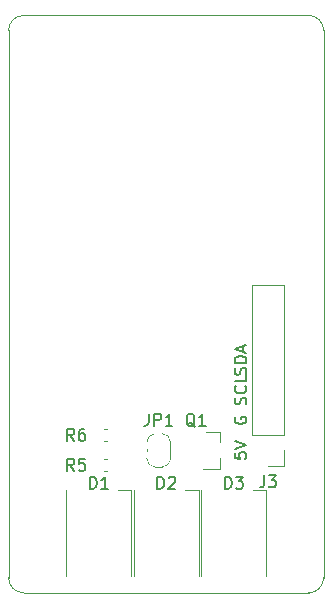
<source format=gbr>
%TF.GenerationSoftware,KiCad,Pcbnew,5.1.5+dfsg1-2~bpo10+1*%
%TF.CreationDate,2020-10-04T09:48:28+00:00*%
%TF.ProjectId,CO2,434f322e-6b69-4636-9164-5f7063625858,rev?*%
%TF.SameCoordinates,Original*%
%TF.FileFunction,Legend,Top*%
%TF.FilePolarity,Positive*%
%FSLAX45Y45*%
G04 Gerber Fmt 4.5, Leading zero omitted, Abs format (unit mm)*
G04 Created by KiCad (PCBNEW 5.1.5+dfsg1-2~bpo10+1) date 2020-10-04 09:48:28*
%MOMM*%
%LPD*%
G04 APERTURE LIST*
%ADD10C,0.200000*%
%ADD11C,0.120000*%
%ADD12C,0.150000*%
%ADD13R,1.300000X1.200000*%
%ADD14O,2.100000X2.100000*%
%ADD15R,2.100000X2.100000*%
%ADD16C,3.600000*%
%ADD17C,2.432000*%
%ADD18R,2.432000X2.432000*%
%ADD19R,1.400000X1.900000*%
G04 APERTURE END LIST*
D10*
X1723238Y-3067048D02*
X1723238Y-3114667D01*
X1770857Y-3119428D01*
X1766095Y-3114667D01*
X1761333Y-3105143D01*
X1761333Y-3081333D01*
X1766095Y-3071809D01*
X1770857Y-3067048D01*
X1780381Y-3062286D01*
X1804190Y-3062286D01*
X1813714Y-3067048D01*
X1818476Y-3071809D01*
X1823238Y-3081333D01*
X1823238Y-3105143D01*
X1818476Y-3114667D01*
X1813714Y-3119428D01*
X1723238Y-3033714D02*
X1823238Y-3000381D01*
X1723238Y-2967048D01*
X1728000Y-2767810D02*
X1723238Y-2777333D01*
X1723238Y-2791619D01*
X1728000Y-2805905D01*
X1737524Y-2815428D01*
X1747048Y-2820190D01*
X1766095Y-2824952D01*
X1780381Y-2824952D01*
X1799428Y-2820190D01*
X1808952Y-2815428D01*
X1818476Y-2805905D01*
X1823238Y-2791619D01*
X1823238Y-2782095D01*
X1818476Y-2767810D01*
X1813714Y-2763048D01*
X1780381Y-2763048D01*
X1780381Y-2782095D01*
X1818476Y-2659048D02*
X1823238Y-2644762D01*
X1823238Y-2620952D01*
X1818476Y-2611429D01*
X1813714Y-2606667D01*
X1804190Y-2601905D01*
X1794667Y-2601905D01*
X1785143Y-2606667D01*
X1780381Y-2611429D01*
X1775619Y-2620952D01*
X1770857Y-2640000D01*
X1766095Y-2649524D01*
X1761333Y-2654286D01*
X1751809Y-2659048D01*
X1742286Y-2659048D01*
X1732762Y-2654286D01*
X1728000Y-2649524D01*
X1723238Y-2640000D01*
X1723238Y-2616190D01*
X1728000Y-2601905D01*
X1813714Y-2501905D02*
X1818476Y-2506667D01*
X1823238Y-2520952D01*
X1823238Y-2530476D01*
X1818476Y-2544762D01*
X1808952Y-2554286D01*
X1799428Y-2559048D01*
X1780381Y-2563810D01*
X1766095Y-2563810D01*
X1747048Y-2559048D01*
X1737524Y-2554286D01*
X1728000Y-2544762D01*
X1723238Y-2530476D01*
X1723238Y-2520952D01*
X1728000Y-2506667D01*
X1732762Y-2501905D01*
X1823238Y-2411429D02*
X1823238Y-2459048D01*
X1723238Y-2459048D01*
X1818476Y-2407429D02*
X1823238Y-2393143D01*
X1823238Y-2369333D01*
X1818476Y-2359810D01*
X1813714Y-2355048D01*
X1804190Y-2350286D01*
X1794667Y-2350286D01*
X1785143Y-2355048D01*
X1780381Y-2359810D01*
X1775619Y-2369333D01*
X1770857Y-2388381D01*
X1766095Y-2397905D01*
X1761333Y-2402667D01*
X1751809Y-2407429D01*
X1742286Y-2407429D01*
X1732762Y-2402667D01*
X1728000Y-2397905D01*
X1723238Y-2388381D01*
X1723238Y-2364571D01*
X1728000Y-2350286D01*
X1823238Y-2307429D02*
X1723238Y-2307429D01*
X1723238Y-2283619D01*
X1728000Y-2269333D01*
X1737524Y-2259810D01*
X1747048Y-2255048D01*
X1766095Y-2250286D01*
X1780381Y-2250286D01*
X1799428Y-2255048D01*
X1808952Y-2259810D01*
X1818476Y-2269333D01*
X1823238Y-2283619D01*
X1823238Y-2307429D01*
X1794667Y-2212190D02*
X1794667Y-2164571D01*
X1823238Y-2221714D02*
X1723238Y-2188381D01*
X1823238Y-2155048D01*
D11*
X-63500Y-4254500D02*
G75*
G02X-190500Y-4127500I0J127000D01*
G01*
X2476500Y-4127500D02*
G75*
G02X2349500Y-4254500I-127000J0D01*
G01*
X-190500Y507511D02*
G75*
G02X-63500Y634511I127000J0D01*
G01*
X2349500Y634511D02*
G75*
G02X2476500Y507511I0J-127000D01*
G01*
X2476500Y-4127500D02*
X2476500Y508000D01*
X-63500Y-4254500D02*
X2349500Y-4254500D01*
X-190500Y508000D02*
X-190500Y-4127500D01*
X2349500Y634511D02*
X-63500Y634511D01*
X618722Y-2972000D02*
X651278Y-2972000D01*
X618722Y-2870000D02*
X651278Y-2870000D01*
X651278Y-3124000D02*
X618722Y-3124000D01*
X651278Y-3226000D02*
X618722Y-3226000D01*
X1179500Y-2978000D02*
X1179500Y-3118000D01*
X1109500Y-3188000D02*
X1049500Y-3188000D01*
X979500Y-3118000D02*
X979500Y-2978000D01*
X1049500Y-2908000D02*
X1109500Y-2908000D01*
X1109500Y-2908000D02*
G75*
G02X1179500Y-2978000I0J-70000D01*
G01*
X979500Y-2978000D02*
G75*
G02X1049500Y-2908000I70000J0D01*
G01*
X1049500Y-3188000D02*
G75*
G02X979500Y-3118000I0J70000D01*
G01*
X1179500Y-3118000D02*
G75*
G02X1109500Y-3188000I-70000J0D01*
G01*
X1600000Y-3206000D02*
X1454000Y-3206000D01*
X1600000Y-2890000D02*
X1384000Y-2890000D01*
X1600000Y-2890000D02*
X1600000Y-2983000D01*
X1600000Y-3206000D02*
X1600000Y-3113000D01*
X2139600Y-3181000D02*
X2006600Y-3181000D01*
X2139600Y-3048000D02*
X2139600Y-3181000D01*
X2139600Y-2921000D02*
X1873600Y-2921000D01*
X1873600Y-2921000D02*
X1873600Y-1645000D01*
X2139600Y-2921000D02*
X2139600Y-1645000D01*
X2139600Y-1645000D02*
X1873600Y-1645000D01*
X1989500Y-3381500D02*
X1874500Y-3381500D01*
X1989500Y-4111500D02*
X1989500Y-3381500D01*
X1439500Y-4111500D02*
X1439500Y-3381500D01*
X1418000Y-3381500D02*
X1303000Y-3381500D01*
X1418000Y-4111500D02*
X1418000Y-3381500D01*
X868000Y-4111500D02*
X868000Y-3381500D01*
X846500Y-3381500D02*
X731500Y-3381500D01*
X846500Y-4111500D02*
X846500Y-3381500D01*
X296500Y-4111500D02*
X296500Y-3381500D01*
D10*
X364333Y-2966238D02*
X331000Y-2918619D01*
X307190Y-2966238D02*
X307190Y-2866238D01*
X345286Y-2866238D01*
X354809Y-2871000D01*
X359571Y-2875762D01*
X364333Y-2885286D01*
X364333Y-2899571D01*
X359571Y-2909095D01*
X354809Y-2913857D01*
X345286Y-2918619D01*
X307190Y-2918619D01*
X450048Y-2866238D02*
X431000Y-2866238D01*
X421476Y-2871000D01*
X416714Y-2875762D01*
X407190Y-2890048D01*
X402428Y-2909095D01*
X402428Y-2947190D01*
X407190Y-2956714D01*
X411952Y-2961476D01*
X421476Y-2966238D01*
X440524Y-2966238D01*
X450048Y-2961476D01*
X454809Y-2956714D01*
X459571Y-2947190D01*
X459571Y-2923381D01*
X454809Y-2913857D01*
X450048Y-2909095D01*
X440524Y-2904333D01*
X421476Y-2904333D01*
X411952Y-2909095D01*
X407190Y-2913857D01*
X402428Y-2923381D01*
X364333Y-3220238D02*
X331000Y-3172619D01*
X307190Y-3220238D02*
X307190Y-3120238D01*
X345286Y-3120238D01*
X354809Y-3125000D01*
X359571Y-3129762D01*
X364333Y-3139286D01*
X364333Y-3153571D01*
X359571Y-3163095D01*
X354809Y-3167857D01*
X345286Y-3172619D01*
X307190Y-3172619D01*
X454809Y-3120238D02*
X407190Y-3120238D01*
X402428Y-3167857D01*
X407190Y-3163095D01*
X416714Y-3158333D01*
X440524Y-3158333D01*
X450048Y-3163095D01*
X454809Y-3167857D01*
X459571Y-3177381D01*
X459571Y-3201190D01*
X454809Y-3210714D01*
X450048Y-3215476D01*
X440524Y-3220238D01*
X416714Y-3220238D01*
X407190Y-3215476D01*
X402428Y-3210714D01*
X996167Y-2739238D02*
X996167Y-2810667D01*
X991405Y-2824952D01*
X981881Y-2834476D01*
X967595Y-2839238D01*
X958071Y-2839238D01*
X1043786Y-2839238D02*
X1043786Y-2739238D01*
X1081881Y-2739238D01*
X1091405Y-2744000D01*
X1096167Y-2748762D01*
X1100929Y-2758286D01*
X1100929Y-2772571D01*
X1096167Y-2782095D01*
X1091405Y-2786857D01*
X1081881Y-2791619D01*
X1043786Y-2791619D01*
X1196167Y-2839238D02*
X1139024Y-2839238D01*
X1167595Y-2839238D02*
X1167595Y-2739238D01*
X1158071Y-2753524D01*
X1148548Y-2763048D01*
X1139024Y-2767810D01*
X1387476Y-2848762D02*
X1377952Y-2844000D01*
X1368429Y-2834476D01*
X1354143Y-2820190D01*
X1344619Y-2815428D01*
X1335095Y-2815428D01*
X1339857Y-2839238D02*
X1330333Y-2834476D01*
X1320810Y-2824952D01*
X1316048Y-2805905D01*
X1316048Y-2772571D01*
X1320810Y-2753524D01*
X1330333Y-2744000D01*
X1339857Y-2739238D01*
X1358905Y-2739238D01*
X1368429Y-2744000D01*
X1377952Y-2753524D01*
X1382714Y-2772571D01*
X1382714Y-2805905D01*
X1377952Y-2824952D01*
X1368429Y-2834476D01*
X1358905Y-2839238D01*
X1339857Y-2839238D01*
X1477952Y-2839238D02*
X1420809Y-2839238D01*
X1449381Y-2839238D02*
X1449381Y-2739238D01*
X1439857Y-2753524D01*
X1430333Y-2763048D01*
X1420809Y-2767810D01*
X1973267Y-3259938D02*
X1973267Y-3331367D01*
X1968505Y-3345652D01*
X1958981Y-3355176D01*
X1944695Y-3359938D01*
X1935171Y-3359938D01*
X2011362Y-3259938D02*
X2073267Y-3259938D01*
X2039933Y-3298033D01*
X2054219Y-3298033D01*
X2063743Y-3302795D01*
X2068505Y-3307557D01*
X2073267Y-3317081D01*
X2073267Y-3340890D01*
X2068505Y-3350414D01*
X2063743Y-3355176D01*
X2054219Y-3359938D01*
X2025648Y-3359938D01*
X2016124Y-3355176D01*
X2011362Y-3350414D01*
X1640690Y-3372638D02*
X1640690Y-3272638D01*
X1664500Y-3272638D01*
X1678786Y-3277400D01*
X1688309Y-3286924D01*
X1693071Y-3296448D01*
X1697833Y-3315495D01*
X1697833Y-3329781D01*
X1693071Y-3348828D01*
X1688309Y-3358352D01*
X1678786Y-3367876D01*
X1664500Y-3372638D01*
X1640690Y-3372638D01*
X1731167Y-3272638D02*
X1793071Y-3272638D01*
X1759738Y-3310733D01*
X1774024Y-3310733D01*
X1783548Y-3315495D01*
X1788309Y-3320257D01*
X1793071Y-3329781D01*
X1793071Y-3353590D01*
X1788309Y-3363114D01*
X1783548Y-3367876D01*
X1774024Y-3372638D01*
X1745452Y-3372638D01*
X1735928Y-3367876D01*
X1731167Y-3363114D01*
X1069190Y-3372638D02*
X1069190Y-3272638D01*
X1093000Y-3272638D01*
X1107286Y-3277400D01*
X1116810Y-3286924D01*
X1121571Y-3296448D01*
X1126333Y-3315495D01*
X1126333Y-3329781D01*
X1121571Y-3348828D01*
X1116810Y-3358352D01*
X1107286Y-3367876D01*
X1093000Y-3372638D01*
X1069190Y-3372638D01*
X1164429Y-3282162D02*
X1169190Y-3277400D01*
X1178714Y-3272638D01*
X1202524Y-3272638D01*
X1212048Y-3277400D01*
X1216810Y-3282162D01*
X1221571Y-3291686D01*
X1221571Y-3301209D01*
X1216810Y-3315495D01*
X1159667Y-3372638D01*
X1221571Y-3372638D01*
X497690Y-3372638D02*
X497690Y-3272638D01*
X521500Y-3272638D01*
X535786Y-3277400D01*
X545310Y-3286924D01*
X550071Y-3296448D01*
X554833Y-3315495D01*
X554833Y-3329781D01*
X550071Y-3348828D01*
X545310Y-3358352D01*
X535786Y-3367876D01*
X521500Y-3372638D01*
X497690Y-3372638D01*
X650071Y-3372638D02*
X592929Y-3372638D01*
X621500Y-3372638D02*
X621500Y-3272638D01*
X611976Y-3286924D01*
X602452Y-3296448D01*
X592929Y-3301209D01*
%LPC*%
D12*
G36*
X748749Y-2853653D02*
G01*
X751843Y-2854112D01*
X754878Y-2854872D01*
X757823Y-2855926D01*
X760651Y-2857264D01*
X763334Y-2858872D01*
X765846Y-2860735D01*
X768164Y-2862836D01*
X770265Y-2865154D01*
X772128Y-2867666D01*
X773736Y-2870349D01*
X775074Y-2873177D01*
X776127Y-2876122D01*
X776887Y-2879156D01*
X777346Y-2882251D01*
X777500Y-2885375D01*
X777500Y-2956625D01*
X777346Y-2959749D01*
X776887Y-2962843D01*
X776127Y-2965878D01*
X775074Y-2968823D01*
X773736Y-2971651D01*
X772128Y-2974334D01*
X770265Y-2976846D01*
X768164Y-2979164D01*
X765846Y-2981265D01*
X763334Y-2983128D01*
X760651Y-2984736D01*
X757823Y-2986074D01*
X754878Y-2987127D01*
X751843Y-2987887D01*
X748749Y-2988346D01*
X745625Y-2988500D01*
X681875Y-2988500D01*
X678751Y-2988346D01*
X675657Y-2987887D01*
X672622Y-2987127D01*
X669677Y-2986074D01*
X666849Y-2984736D01*
X664166Y-2983128D01*
X661654Y-2981265D01*
X659336Y-2979164D01*
X657235Y-2976846D01*
X655372Y-2974334D01*
X653764Y-2971651D01*
X652426Y-2968823D01*
X651373Y-2965878D01*
X650613Y-2962843D01*
X650154Y-2959749D01*
X650000Y-2956625D01*
X650000Y-2885375D01*
X650154Y-2882251D01*
X650613Y-2879156D01*
X651373Y-2876122D01*
X652426Y-2873177D01*
X653764Y-2870349D01*
X655372Y-2867666D01*
X657235Y-2865154D01*
X659336Y-2862836D01*
X661654Y-2860735D01*
X664166Y-2858872D01*
X666849Y-2857264D01*
X669677Y-2855926D01*
X672622Y-2854872D01*
X675657Y-2854112D01*
X678751Y-2853653D01*
X681875Y-2853500D01*
X745625Y-2853500D01*
X748749Y-2853653D01*
G37*
G36*
X591249Y-2853653D02*
G01*
X594344Y-2854112D01*
X597378Y-2854872D01*
X600323Y-2855926D01*
X603151Y-2857264D01*
X605834Y-2858872D01*
X608346Y-2860735D01*
X610664Y-2862836D01*
X612765Y-2865154D01*
X614628Y-2867666D01*
X616236Y-2870349D01*
X617574Y-2873177D01*
X618628Y-2876122D01*
X619388Y-2879156D01*
X619847Y-2882251D01*
X620000Y-2885375D01*
X620000Y-2956625D01*
X619847Y-2959749D01*
X619388Y-2962843D01*
X618628Y-2965878D01*
X617574Y-2968823D01*
X616236Y-2971651D01*
X614628Y-2974334D01*
X612765Y-2976846D01*
X610664Y-2979164D01*
X608346Y-2981265D01*
X605834Y-2983128D01*
X603151Y-2984736D01*
X600323Y-2986074D01*
X597378Y-2987127D01*
X594344Y-2987887D01*
X591249Y-2988346D01*
X588125Y-2988500D01*
X524375Y-2988500D01*
X521251Y-2988346D01*
X518156Y-2987887D01*
X515122Y-2987127D01*
X512177Y-2986074D01*
X509349Y-2984736D01*
X506666Y-2983128D01*
X504154Y-2981265D01*
X501836Y-2979164D01*
X499735Y-2976846D01*
X497872Y-2974334D01*
X496264Y-2971651D01*
X494926Y-2968823D01*
X493872Y-2965878D01*
X493112Y-2962843D01*
X492653Y-2959749D01*
X492500Y-2956625D01*
X492500Y-2885375D01*
X492653Y-2882251D01*
X493112Y-2879156D01*
X493872Y-2876122D01*
X494926Y-2873177D01*
X496264Y-2870349D01*
X497872Y-2867666D01*
X499735Y-2865154D01*
X501836Y-2862836D01*
X504154Y-2860735D01*
X506666Y-2858872D01*
X509349Y-2857264D01*
X512177Y-2855926D01*
X515122Y-2854872D01*
X518156Y-2854112D01*
X521251Y-2853653D01*
X524375Y-2853500D01*
X588125Y-2853500D01*
X591249Y-2853653D01*
G37*
G36*
X591249Y-3107653D02*
G01*
X594344Y-3108112D01*
X597378Y-3108872D01*
X600323Y-3109926D01*
X603151Y-3111264D01*
X605834Y-3112872D01*
X608346Y-3114735D01*
X610664Y-3116836D01*
X612765Y-3119154D01*
X614628Y-3121666D01*
X616236Y-3124349D01*
X617574Y-3127177D01*
X618628Y-3130122D01*
X619388Y-3133156D01*
X619847Y-3136251D01*
X620000Y-3139375D01*
X620000Y-3210625D01*
X619847Y-3213749D01*
X619388Y-3216843D01*
X618628Y-3219878D01*
X617574Y-3222823D01*
X616236Y-3225651D01*
X614628Y-3228334D01*
X612765Y-3230846D01*
X610664Y-3233164D01*
X608346Y-3235265D01*
X605834Y-3237128D01*
X603151Y-3238736D01*
X600323Y-3240074D01*
X597378Y-3241127D01*
X594344Y-3241887D01*
X591249Y-3242346D01*
X588125Y-3242500D01*
X524375Y-3242500D01*
X521251Y-3242346D01*
X518156Y-3241887D01*
X515122Y-3241127D01*
X512177Y-3240074D01*
X509349Y-3238736D01*
X506666Y-3237128D01*
X504154Y-3235265D01*
X501836Y-3233164D01*
X499735Y-3230846D01*
X497872Y-3228334D01*
X496264Y-3225651D01*
X494926Y-3222823D01*
X493872Y-3219878D01*
X493112Y-3216843D01*
X492653Y-3213749D01*
X492500Y-3210625D01*
X492500Y-3139375D01*
X492653Y-3136251D01*
X493112Y-3133156D01*
X493872Y-3130122D01*
X494926Y-3127177D01*
X496264Y-3124349D01*
X497872Y-3121666D01*
X499735Y-3119154D01*
X501836Y-3116836D01*
X504154Y-3114735D01*
X506666Y-3112872D01*
X509349Y-3111264D01*
X512177Y-3109926D01*
X515122Y-3108872D01*
X518156Y-3108112D01*
X521251Y-3107653D01*
X524375Y-3107500D01*
X588125Y-3107500D01*
X591249Y-3107653D01*
G37*
G36*
X748749Y-3107653D02*
G01*
X751843Y-3108112D01*
X754878Y-3108872D01*
X757823Y-3109926D01*
X760651Y-3111264D01*
X763334Y-3112872D01*
X765846Y-3114735D01*
X768164Y-3116836D01*
X770265Y-3119154D01*
X772128Y-3121666D01*
X773736Y-3124349D01*
X775074Y-3127177D01*
X776127Y-3130122D01*
X776887Y-3133156D01*
X777346Y-3136251D01*
X777500Y-3139375D01*
X777500Y-3210625D01*
X777346Y-3213749D01*
X776887Y-3216843D01*
X776127Y-3219878D01*
X775074Y-3222823D01*
X773736Y-3225651D01*
X772128Y-3228334D01*
X770265Y-3230846D01*
X768164Y-3233164D01*
X765846Y-3235265D01*
X763334Y-3237128D01*
X760651Y-3238736D01*
X757823Y-3240074D01*
X754878Y-3241127D01*
X751843Y-3241887D01*
X748749Y-3242346D01*
X745625Y-3242500D01*
X681875Y-3242500D01*
X678751Y-3242346D01*
X675657Y-3241887D01*
X672622Y-3241127D01*
X669677Y-3240074D01*
X666849Y-3238736D01*
X664166Y-3237128D01*
X661654Y-3235265D01*
X659336Y-3233164D01*
X657235Y-3230846D01*
X655372Y-3228334D01*
X653764Y-3225651D01*
X652426Y-3222823D01*
X651373Y-3219878D01*
X650613Y-3216843D01*
X650154Y-3213749D01*
X650000Y-3210625D01*
X650000Y-3139375D01*
X650154Y-3136251D01*
X650613Y-3133156D01*
X651373Y-3130122D01*
X652426Y-3127177D01*
X653764Y-3124349D01*
X655372Y-3121666D01*
X657235Y-3119154D01*
X659336Y-3116836D01*
X661654Y-3114735D01*
X664166Y-3112872D01*
X666849Y-3111264D01*
X669677Y-3109926D01*
X672622Y-3108872D01*
X675657Y-3108112D01*
X678751Y-3107653D01*
X681875Y-3107500D01*
X745625Y-3107500D01*
X748749Y-3107653D01*
G37*
G36*
X1174440Y-3113611D02*
G01*
X1174440Y-3115453D01*
X1174344Y-3117414D01*
X1173863Y-3122297D01*
X1173575Y-3124238D01*
X1172617Y-3129050D01*
X1172140Y-3130955D01*
X1170716Y-3135650D01*
X1170055Y-3137498D01*
X1168177Y-3142031D01*
X1167338Y-3143806D01*
X1165025Y-3148133D01*
X1164016Y-3149816D01*
X1161290Y-3153896D01*
X1160121Y-3155473D01*
X1157008Y-3159266D01*
X1155690Y-3160720D01*
X1152220Y-3164190D01*
X1150766Y-3165508D01*
X1146973Y-3168620D01*
X1145396Y-3169790D01*
X1141316Y-3172516D01*
X1139633Y-3173525D01*
X1135306Y-3175838D01*
X1133531Y-3176677D01*
X1128998Y-3178555D01*
X1127150Y-3179216D01*
X1122455Y-3180640D01*
X1120551Y-3181117D01*
X1115738Y-3182075D01*
X1113797Y-3182362D01*
X1108914Y-3182843D01*
X1106953Y-3182940D01*
X1105111Y-3182940D01*
X1104500Y-3183000D01*
X1054500Y-3183000D01*
X1053889Y-3182940D01*
X1052047Y-3182940D01*
X1050086Y-3182843D01*
X1045203Y-3182362D01*
X1043262Y-3182075D01*
X1038449Y-3181117D01*
X1036545Y-3180640D01*
X1031850Y-3179216D01*
X1030002Y-3178555D01*
X1025469Y-3176677D01*
X1023694Y-3175838D01*
X1019367Y-3173525D01*
X1017684Y-3172516D01*
X1013604Y-3169790D01*
X1012027Y-3168620D01*
X1008234Y-3165508D01*
X1006780Y-3164190D01*
X1003310Y-3160720D01*
X1001992Y-3159266D01*
X998879Y-3155473D01*
X997710Y-3153896D01*
X994984Y-3149816D01*
X993975Y-3148133D01*
X991662Y-3143806D01*
X990823Y-3142031D01*
X988945Y-3137498D01*
X988284Y-3135650D01*
X986860Y-3130955D01*
X986383Y-3129050D01*
X985425Y-3124238D01*
X985137Y-3122297D01*
X984656Y-3117414D01*
X984560Y-3115453D01*
X984560Y-3113611D01*
X984500Y-3113000D01*
X984500Y-3063000D01*
X984884Y-3059098D01*
X986022Y-3055346D01*
X987871Y-3051889D01*
X990358Y-3048858D01*
X993389Y-3046371D01*
X996846Y-3044522D01*
X1000598Y-3043384D01*
X1004500Y-3043000D01*
X1154500Y-3043000D01*
X1158402Y-3043384D01*
X1162154Y-3044522D01*
X1165611Y-3046371D01*
X1168642Y-3048858D01*
X1171129Y-3051889D01*
X1172978Y-3055346D01*
X1174116Y-3059098D01*
X1174500Y-3063000D01*
X1174500Y-3113000D01*
X1174440Y-3113611D01*
G37*
G36*
X1174116Y-3036902D02*
G01*
X1172978Y-3040654D01*
X1171129Y-3044111D01*
X1168642Y-3047142D01*
X1165611Y-3049629D01*
X1162154Y-3051478D01*
X1158402Y-3052616D01*
X1154500Y-3053000D01*
X1004500Y-3053000D01*
X1000598Y-3052616D01*
X996846Y-3051478D01*
X993389Y-3049629D01*
X990358Y-3047142D01*
X987871Y-3044111D01*
X986022Y-3040654D01*
X984884Y-3036902D01*
X984500Y-3033000D01*
X984500Y-2983000D01*
X984560Y-2982389D01*
X984560Y-2980547D01*
X984656Y-2978586D01*
X985137Y-2973703D01*
X985425Y-2971762D01*
X986383Y-2966949D01*
X986860Y-2965045D01*
X988284Y-2960350D01*
X988945Y-2958502D01*
X990823Y-2953969D01*
X991662Y-2952194D01*
X993975Y-2947867D01*
X994984Y-2946184D01*
X997710Y-2942104D01*
X998879Y-2940527D01*
X1001992Y-2936734D01*
X1003310Y-2935280D01*
X1006780Y-2931810D01*
X1008234Y-2930492D01*
X1012027Y-2927379D01*
X1013604Y-2926210D01*
X1017684Y-2923484D01*
X1019367Y-2922475D01*
X1023694Y-2920162D01*
X1025469Y-2919323D01*
X1030002Y-2917445D01*
X1031850Y-2916784D01*
X1036545Y-2915360D01*
X1038449Y-2914883D01*
X1043262Y-2913925D01*
X1045203Y-2913637D01*
X1050086Y-2913156D01*
X1052047Y-2913060D01*
X1053889Y-2913060D01*
X1054500Y-2913000D01*
X1104500Y-2913000D01*
X1105111Y-2913060D01*
X1106953Y-2913060D01*
X1108914Y-2913156D01*
X1113797Y-2913637D01*
X1115738Y-2913925D01*
X1120551Y-2914883D01*
X1122455Y-2915360D01*
X1127150Y-2916784D01*
X1128998Y-2917445D01*
X1133531Y-2919323D01*
X1135306Y-2920162D01*
X1139633Y-2922475D01*
X1141316Y-2923484D01*
X1145396Y-2926210D01*
X1146973Y-2927379D01*
X1150766Y-2930492D01*
X1152220Y-2931810D01*
X1155690Y-2935280D01*
X1157008Y-2936734D01*
X1160121Y-2940527D01*
X1161290Y-2942104D01*
X1164016Y-2946184D01*
X1165025Y-2947867D01*
X1167338Y-2952194D01*
X1168177Y-2953969D01*
X1170055Y-2958502D01*
X1170716Y-2960350D01*
X1172140Y-2965045D01*
X1172617Y-2966949D01*
X1173575Y-2971762D01*
X1173863Y-2973703D01*
X1174344Y-2978586D01*
X1174440Y-2980547D01*
X1174440Y-2982389D01*
X1174500Y-2983000D01*
X1174500Y-3033000D01*
X1174116Y-3036902D01*
G37*
D13*
X1624000Y-3048000D03*
X1424000Y-3143000D03*
X1424000Y-2953000D03*
D14*
X2006600Y-1778000D03*
X2006600Y-2032000D03*
X2006600Y-2286000D03*
X2006600Y-2540000D03*
X2006600Y-2794000D03*
D15*
X2006600Y-3048000D03*
D16*
X2211000Y425000D03*
X86000Y425000D03*
X86000Y-3938000D03*
X2206000Y-3938000D03*
D17*
X0Y-254000D03*
X0Y-762000D03*
X0Y-508000D03*
X0Y-2540000D03*
X0Y-2286000D03*
X0Y-1778000D03*
X0Y-2032000D03*
X0Y-3556000D03*
X0Y-1524000D03*
X0Y-1016000D03*
X0Y-1270000D03*
X0Y-2794000D03*
X0Y-3302000D03*
X0Y-3048000D03*
X0Y0D03*
X2286000Y-3556000D03*
X2286000Y-3302000D03*
X2286000Y-3048000D03*
X2286000Y-2794000D03*
X2286000Y-2540000D03*
X2286000Y-2286000D03*
X2286000Y-2032000D03*
X2286000Y-1778000D03*
X2286000Y-1524000D03*
X2286000Y-1270000D03*
X2286000Y-1016000D03*
X2286000Y-762000D03*
X2286000Y-508000D03*
X2286000Y-254000D03*
D18*
X2286000Y0D03*
D19*
X1554500Y-3991500D03*
X1874500Y-3991500D03*
X1554500Y-3501500D03*
X1874500Y-3501500D03*
X983000Y-3991500D03*
X1303000Y-3991500D03*
X983000Y-3501500D03*
X1303000Y-3501500D03*
X411500Y-3991500D03*
X731500Y-3991500D03*
X411500Y-3501500D03*
X731500Y-3501500D03*
M02*

</source>
